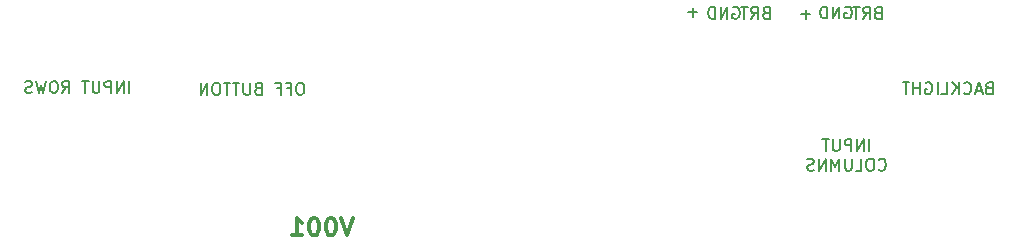
<source format=gbr>
G04 #@! TF.GenerationSoftware,KiCad,Pcbnew,(5.1.5-0-10_14)*
G04 #@! TF.CreationDate,2020-06-21T13:54:13+10:00*
G04 #@! TF.ProjectId,Buttons_AMPCD,42757474-6f6e-4735-9f41-4d5043442e6b,rev?*
G04 #@! TF.SameCoordinates,Original*
G04 #@! TF.FileFunction,Legend,Bot*
G04 #@! TF.FilePolarity,Positive*
%FSLAX46Y46*%
G04 Gerber Fmt 4.6, Leading zero omitted, Abs format (unit mm)*
G04 Created by KiCad (PCBNEW (5.1.5-0-10_14)) date 2020-06-21 13:54:13*
%MOMM*%
%LPD*%
G04 APERTURE LIST*
%ADD10C,0.300000*%
%ADD11C,0.150000*%
G04 APERTURE END LIST*
D10*
X85827857Y-45787571D02*
X85327857Y-47287571D01*
X84827857Y-45787571D01*
X84042142Y-45787571D02*
X83899285Y-45787571D01*
X83756428Y-45859000D01*
X83685000Y-45930428D01*
X83613571Y-46073285D01*
X83542142Y-46359000D01*
X83542142Y-46716142D01*
X83613571Y-47001857D01*
X83685000Y-47144714D01*
X83756428Y-47216142D01*
X83899285Y-47287571D01*
X84042142Y-47287571D01*
X84185000Y-47216142D01*
X84256428Y-47144714D01*
X84327857Y-47001857D01*
X84399285Y-46716142D01*
X84399285Y-46359000D01*
X84327857Y-46073285D01*
X84256428Y-45930428D01*
X84185000Y-45859000D01*
X84042142Y-45787571D01*
X82613571Y-45787571D02*
X82470714Y-45787571D01*
X82327857Y-45859000D01*
X82256428Y-45930428D01*
X82185000Y-46073285D01*
X82113571Y-46359000D01*
X82113571Y-46716142D01*
X82185000Y-47001857D01*
X82256428Y-47144714D01*
X82327857Y-47216142D01*
X82470714Y-47287571D01*
X82613571Y-47287571D01*
X82756428Y-47216142D01*
X82827857Y-47144714D01*
X82899285Y-47001857D01*
X82970714Y-46716142D01*
X82970714Y-46359000D01*
X82899285Y-46073285D01*
X82827857Y-45930428D01*
X82756428Y-45859000D01*
X82613571Y-45787571D01*
X80685000Y-47287571D02*
X81542142Y-47287571D01*
X81113571Y-47287571D02*
X81113571Y-45787571D01*
X81256428Y-46001857D01*
X81399285Y-46144714D01*
X81542142Y-46216142D01*
D11*
X129563571Y-40140380D02*
X129563571Y-39140380D01*
X129087380Y-40140380D02*
X129087380Y-39140380D01*
X128515952Y-40140380D01*
X128515952Y-39140380D01*
X128039761Y-40140380D02*
X128039761Y-39140380D01*
X127658809Y-39140380D01*
X127563571Y-39188000D01*
X127515952Y-39235619D01*
X127468333Y-39330857D01*
X127468333Y-39473714D01*
X127515952Y-39568952D01*
X127563571Y-39616571D01*
X127658809Y-39664190D01*
X128039761Y-39664190D01*
X127039761Y-39140380D02*
X127039761Y-39949904D01*
X126992142Y-40045142D01*
X126944523Y-40092761D01*
X126849285Y-40140380D01*
X126658809Y-40140380D01*
X126563571Y-40092761D01*
X126515952Y-40045142D01*
X126468333Y-39949904D01*
X126468333Y-39140380D01*
X126135000Y-39140380D02*
X125563571Y-39140380D01*
X125849285Y-40140380D02*
X125849285Y-39140380D01*
X130349285Y-41695142D02*
X130396904Y-41742761D01*
X130539761Y-41790380D01*
X130635000Y-41790380D01*
X130777857Y-41742761D01*
X130873095Y-41647523D01*
X130920714Y-41552285D01*
X130968333Y-41361809D01*
X130968333Y-41218952D01*
X130920714Y-41028476D01*
X130873095Y-40933238D01*
X130777857Y-40838000D01*
X130635000Y-40790380D01*
X130539761Y-40790380D01*
X130396904Y-40838000D01*
X130349285Y-40885619D01*
X129730238Y-40790380D02*
X129539761Y-40790380D01*
X129444523Y-40838000D01*
X129349285Y-40933238D01*
X129301666Y-41123714D01*
X129301666Y-41457047D01*
X129349285Y-41647523D01*
X129444523Y-41742761D01*
X129539761Y-41790380D01*
X129730238Y-41790380D01*
X129825476Y-41742761D01*
X129920714Y-41647523D01*
X129968333Y-41457047D01*
X129968333Y-41123714D01*
X129920714Y-40933238D01*
X129825476Y-40838000D01*
X129730238Y-40790380D01*
X128396904Y-41790380D02*
X128873095Y-41790380D01*
X128873095Y-40790380D01*
X128063571Y-40790380D02*
X128063571Y-41599904D01*
X128015952Y-41695142D01*
X127968333Y-41742761D01*
X127873095Y-41790380D01*
X127682619Y-41790380D01*
X127587380Y-41742761D01*
X127539761Y-41695142D01*
X127492142Y-41599904D01*
X127492142Y-40790380D01*
X127015952Y-41790380D02*
X127015952Y-40790380D01*
X126682619Y-41504666D01*
X126349285Y-40790380D01*
X126349285Y-41790380D01*
X125873095Y-41790380D02*
X125873095Y-40790380D01*
X125301666Y-41790380D01*
X125301666Y-40790380D01*
X124873095Y-41742761D02*
X124730238Y-41790380D01*
X124492142Y-41790380D01*
X124396904Y-41742761D01*
X124349285Y-41695142D01*
X124301666Y-41599904D01*
X124301666Y-41504666D01*
X124349285Y-41409428D01*
X124396904Y-41361809D01*
X124492142Y-41314190D01*
X124682619Y-41266571D01*
X124777857Y-41218952D01*
X124825476Y-41171333D01*
X124873095Y-41076095D01*
X124873095Y-40980857D01*
X124825476Y-40885619D01*
X124777857Y-40838000D01*
X124682619Y-40790380D01*
X124444523Y-40790380D01*
X124301666Y-40838000D01*
X139661761Y-34795571D02*
X139518904Y-34843190D01*
X139471285Y-34890809D01*
X139423666Y-34986047D01*
X139423666Y-35128904D01*
X139471285Y-35224142D01*
X139518904Y-35271761D01*
X139614142Y-35319380D01*
X139995095Y-35319380D01*
X139995095Y-34319380D01*
X139661761Y-34319380D01*
X139566523Y-34367000D01*
X139518904Y-34414619D01*
X139471285Y-34509857D01*
X139471285Y-34605095D01*
X139518904Y-34700333D01*
X139566523Y-34747952D01*
X139661761Y-34795571D01*
X139995095Y-34795571D01*
X139042714Y-35033666D02*
X138566523Y-35033666D01*
X139137952Y-35319380D02*
X138804619Y-34319380D01*
X138471285Y-35319380D01*
X137566523Y-35224142D02*
X137614142Y-35271761D01*
X137757000Y-35319380D01*
X137852238Y-35319380D01*
X137995095Y-35271761D01*
X138090333Y-35176523D01*
X138137952Y-35081285D01*
X138185571Y-34890809D01*
X138185571Y-34747952D01*
X138137952Y-34557476D01*
X138090333Y-34462238D01*
X137995095Y-34367000D01*
X137852238Y-34319380D01*
X137757000Y-34319380D01*
X137614142Y-34367000D01*
X137566523Y-34414619D01*
X137137952Y-35319380D02*
X137137952Y-34319380D01*
X136566523Y-35319380D02*
X136995095Y-34747952D01*
X136566523Y-34319380D02*
X137137952Y-34890809D01*
X135661761Y-35319380D02*
X136137952Y-35319380D01*
X136137952Y-34319380D01*
X135328428Y-35319380D02*
X135328428Y-34319380D01*
X134328428Y-34367000D02*
X134423666Y-34319380D01*
X134566523Y-34319380D01*
X134709380Y-34367000D01*
X134804619Y-34462238D01*
X134852238Y-34557476D01*
X134899857Y-34747952D01*
X134899857Y-34890809D01*
X134852238Y-35081285D01*
X134804619Y-35176523D01*
X134709380Y-35271761D01*
X134566523Y-35319380D01*
X134471285Y-35319380D01*
X134328428Y-35271761D01*
X134280809Y-35224142D01*
X134280809Y-34890809D01*
X134471285Y-34890809D01*
X133852238Y-35319380D02*
X133852238Y-34319380D01*
X133852238Y-34795571D02*
X133280809Y-34795571D01*
X133280809Y-35319380D02*
X133280809Y-34319380D01*
X132947476Y-34319380D02*
X132376047Y-34319380D01*
X132661761Y-35319380D02*
X132661761Y-34319380D01*
X81463666Y-34369380D02*
X81273190Y-34369380D01*
X81177952Y-34417000D01*
X81082714Y-34512238D01*
X81035095Y-34702714D01*
X81035095Y-35036047D01*
X81082714Y-35226523D01*
X81177952Y-35321761D01*
X81273190Y-35369380D01*
X81463666Y-35369380D01*
X81558904Y-35321761D01*
X81654142Y-35226523D01*
X81701761Y-35036047D01*
X81701761Y-34702714D01*
X81654142Y-34512238D01*
X81558904Y-34417000D01*
X81463666Y-34369380D01*
X80273190Y-34845571D02*
X80606523Y-34845571D01*
X80606523Y-35369380D02*
X80606523Y-34369380D01*
X80130333Y-34369380D01*
X79416047Y-34845571D02*
X79749380Y-34845571D01*
X79749380Y-35369380D02*
X79749380Y-34369380D01*
X79273190Y-34369380D01*
X77797000Y-34845571D02*
X77654142Y-34893190D01*
X77606523Y-34940809D01*
X77558904Y-35036047D01*
X77558904Y-35178904D01*
X77606523Y-35274142D01*
X77654142Y-35321761D01*
X77749380Y-35369380D01*
X78130333Y-35369380D01*
X78130333Y-34369380D01*
X77797000Y-34369380D01*
X77701761Y-34417000D01*
X77654142Y-34464619D01*
X77606523Y-34559857D01*
X77606523Y-34655095D01*
X77654142Y-34750333D01*
X77701761Y-34797952D01*
X77797000Y-34845571D01*
X78130333Y-34845571D01*
X77130333Y-34369380D02*
X77130333Y-35178904D01*
X77082714Y-35274142D01*
X77035095Y-35321761D01*
X76939857Y-35369380D01*
X76749380Y-35369380D01*
X76654142Y-35321761D01*
X76606523Y-35274142D01*
X76558904Y-35178904D01*
X76558904Y-34369380D01*
X76225571Y-34369380D02*
X75654142Y-34369380D01*
X75939857Y-35369380D02*
X75939857Y-34369380D01*
X75463666Y-34369380D02*
X74892238Y-34369380D01*
X75177952Y-35369380D02*
X75177952Y-34369380D01*
X74368428Y-34369380D02*
X74177952Y-34369380D01*
X74082714Y-34417000D01*
X73987476Y-34512238D01*
X73939857Y-34702714D01*
X73939857Y-35036047D01*
X73987476Y-35226523D01*
X74082714Y-35321761D01*
X74177952Y-35369380D01*
X74368428Y-35369380D01*
X74463666Y-35321761D01*
X74558904Y-35226523D01*
X74606523Y-35036047D01*
X74606523Y-34702714D01*
X74558904Y-34512238D01*
X74463666Y-34417000D01*
X74368428Y-34369380D01*
X73511285Y-35369380D02*
X73511285Y-34369380D01*
X72939857Y-35369380D01*
X72939857Y-34369380D01*
X66887952Y-35229380D02*
X66887952Y-34229380D01*
X66411761Y-35229380D02*
X66411761Y-34229380D01*
X65840333Y-35229380D01*
X65840333Y-34229380D01*
X65364142Y-35229380D02*
X65364142Y-34229380D01*
X64983190Y-34229380D01*
X64887952Y-34277000D01*
X64840333Y-34324619D01*
X64792714Y-34419857D01*
X64792714Y-34562714D01*
X64840333Y-34657952D01*
X64887952Y-34705571D01*
X64983190Y-34753190D01*
X65364142Y-34753190D01*
X64364142Y-34229380D02*
X64364142Y-35038904D01*
X64316523Y-35134142D01*
X64268904Y-35181761D01*
X64173666Y-35229380D01*
X63983190Y-35229380D01*
X63887952Y-35181761D01*
X63840333Y-35134142D01*
X63792714Y-35038904D01*
X63792714Y-34229380D01*
X63459380Y-34229380D02*
X62887952Y-34229380D01*
X63173666Y-35229380D02*
X63173666Y-34229380D01*
X61221285Y-35229380D02*
X61554619Y-34753190D01*
X61792714Y-35229380D02*
X61792714Y-34229380D01*
X61411761Y-34229380D01*
X61316523Y-34277000D01*
X61268904Y-34324619D01*
X61221285Y-34419857D01*
X61221285Y-34562714D01*
X61268904Y-34657952D01*
X61316523Y-34705571D01*
X61411761Y-34753190D01*
X61792714Y-34753190D01*
X60602238Y-34229380D02*
X60411761Y-34229380D01*
X60316523Y-34277000D01*
X60221285Y-34372238D01*
X60173666Y-34562714D01*
X60173666Y-34896047D01*
X60221285Y-35086523D01*
X60316523Y-35181761D01*
X60411761Y-35229380D01*
X60602238Y-35229380D01*
X60697476Y-35181761D01*
X60792714Y-35086523D01*
X60840333Y-34896047D01*
X60840333Y-34562714D01*
X60792714Y-34372238D01*
X60697476Y-34277000D01*
X60602238Y-34229380D01*
X59840333Y-34229380D02*
X59602238Y-35229380D01*
X59411761Y-34515095D01*
X59221285Y-35229380D01*
X58983190Y-34229380D01*
X58649857Y-35181761D02*
X58507000Y-35229380D01*
X58268904Y-35229380D01*
X58173666Y-35181761D01*
X58126047Y-35134142D01*
X58078428Y-35038904D01*
X58078428Y-34943666D01*
X58126047Y-34848428D01*
X58173666Y-34800809D01*
X58268904Y-34753190D01*
X58459380Y-34705571D01*
X58554619Y-34657952D01*
X58602238Y-34610333D01*
X58649857Y-34515095D01*
X58649857Y-34419857D01*
X58602238Y-34324619D01*
X58554619Y-34277000D01*
X58459380Y-34229380D01*
X58221285Y-34229380D01*
X58078428Y-34277000D01*
X130256523Y-28435571D02*
X130113666Y-28483190D01*
X130066047Y-28530809D01*
X130018428Y-28626047D01*
X130018428Y-28768904D01*
X130066047Y-28864142D01*
X130113666Y-28911761D01*
X130208904Y-28959380D01*
X130589857Y-28959380D01*
X130589857Y-27959380D01*
X130256523Y-27959380D01*
X130161285Y-28007000D01*
X130113666Y-28054619D01*
X130066047Y-28149857D01*
X130066047Y-28245095D01*
X130113666Y-28340333D01*
X130161285Y-28387952D01*
X130256523Y-28435571D01*
X130589857Y-28435571D01*
X129018428Y-28959380D02*
X129351761Y-28483190D01*
X129589857Y-28959380D02*
X129589857Y-27959380D01*
X129208904Y-27959380D01*
X129113666Y-28007000D01*
X129066047Y-28054619D01*
X129018428Y-28149857D01*
X129018428Y-28292714D01*
X129066047Y-28387952D01*
X129113666Y-28435571D01*
X129208904Y-28483190D01*
X129589857Y-28483190D01*
X128732714Y-27959380D02*
X128161285Y-27959380D01*
X128447000Y-28959380D02*
X128447000Y-27959380D01*
X127498904Y-27967000D02*
X127594142Y-27919380D01*
X127737000Y-27919380D01*
X127879857Y-27967000D01*
X127975095Y-28062238D01*
X128022714Y-28157476D01*
X128070333Y-28347952D01*
X128070333Y-28490809D01*
X128022714Y-28681285D01*
X127975095Y-28776523D01*
X127879857Y-28871761D01*
X127737000Y-28919380D01*
X127641761Y-28919380D01*
X127498904Y-28871761D01*
X127451285Y-28824142D01*
X127451285Y-28490809D01*
X127641761Y-28490809D01*
X127022714Y-28919380D02*
X127022714Y-27919380D01*
X126451285Y-28919380D01*
X126451285Y-27919380D01*
X125975095Y-28919380D02*
X125975095Y-27919380D01*
X125737000Y-27919380D01*
X125594142Y-27967000D01*
X125498904Y-28062238D01*
X125451285Y-28157476D01*
X125403666Y-28347952D01*
X125403666Y-28490809D01*
X125451285Y-28681285D01*
X125498904Y-28776523D01*
X125594142Y-28871761D01*
X125737000Y-28919380D01*
X125975095Y-28919380D01*
X124567952Y-28558428D02*
X123806047Y-28558428D01*
X124187000Y-28939380D02*
X124187000Y-28177476D01*
X114977952Y-28408428D02*
X114216047Y-28408428D01*
X114597000Y-28789380D02*
X114597000Y-28027476D01*
X118008904Y-27987000D02*
X118104142Y-27939380D01*
X118247000Y-27939380D01*
X118389857Y-27987000D01*
X118485095Y-28082238D01*
X118532714Y-28177476D01*
X118580333Y-28367952D01*
X118580333Y-28510809D01*
X118532714Y-28701285D01*
X118485095Y-28796523D01*
X118389857Y-28891761D01*
X118247000Y-28939380D01*
X118151761Y-28939380D01*
X118008904Y-28891761D01*
X117961285Y-28844142D01*
X117961285Y-28510809D01*
X118151761Y-28510809D01*
X117532714Y-28939380D02*
X117532714Y-27939380D01*
X116961285Y-28939380D01*
X116961285Y-27939380D01*
X116485095Y-28939380D02*
X116485095Y-27939380D01*
X116247000Y-27939380D01*
X116104142Y-27987000D01*
X116008904Y-28082238D01*
X115961285Y-28177476D01*
X115913666Y-28367952D01*
X115913666Y-28510809D01*
X115961285Y-28701285D01*
X116008904Y-28796523D01*
X116104142Y-28891761D01*
X116247000Y-28939380D01*
X116485095Y-28939380D01*
X120786523Y-28415571D02*
X120643666Y-28463190D01*
X120596047Y-28510809D01*
X120548428Y-28606047D01*
X120548428Y-28748904D01*
X120596047Y-28844142D01*
X120643666Y-28891761D01*
X120738904Y-28939380D01*
X121119857Y-28939380D01*
X121119857Y-27939380D01*
X120786523Y-27939380D01*
X120691285Y-27987000D01*
X120643666Y-28034619D01*
X120596047Y-28129857D01*
X120596047Y-28225095D01*
X120643666Y-28320333D01*
X120691285Y-28367952D01*
X120786523Y-28415571D01*
X121119857Y-28415571D01*
X119548428Y-28939380D02*
X119881761Y-28463190D01*
X120119857Y-28939380D02*
X120119857Y-27939380D01*
X119738904Y-27939380D01*
X119643666Y-27987000D01*
X119596047Y-28034619D01*
X119548428Y-28129857D01*
X119548428Y-28272714D01*
X119596047Y-28367952D01*
X119643666Y-28415571D01*
X119738904Y-28463190D01*
X120119857Y-28463190D01*
X119262714Y-27939380D02*
X118691285Y-27939380D01*
X118977000Y-28939380D02*
X118977000Y-27939380D01*
M02*

</source>
